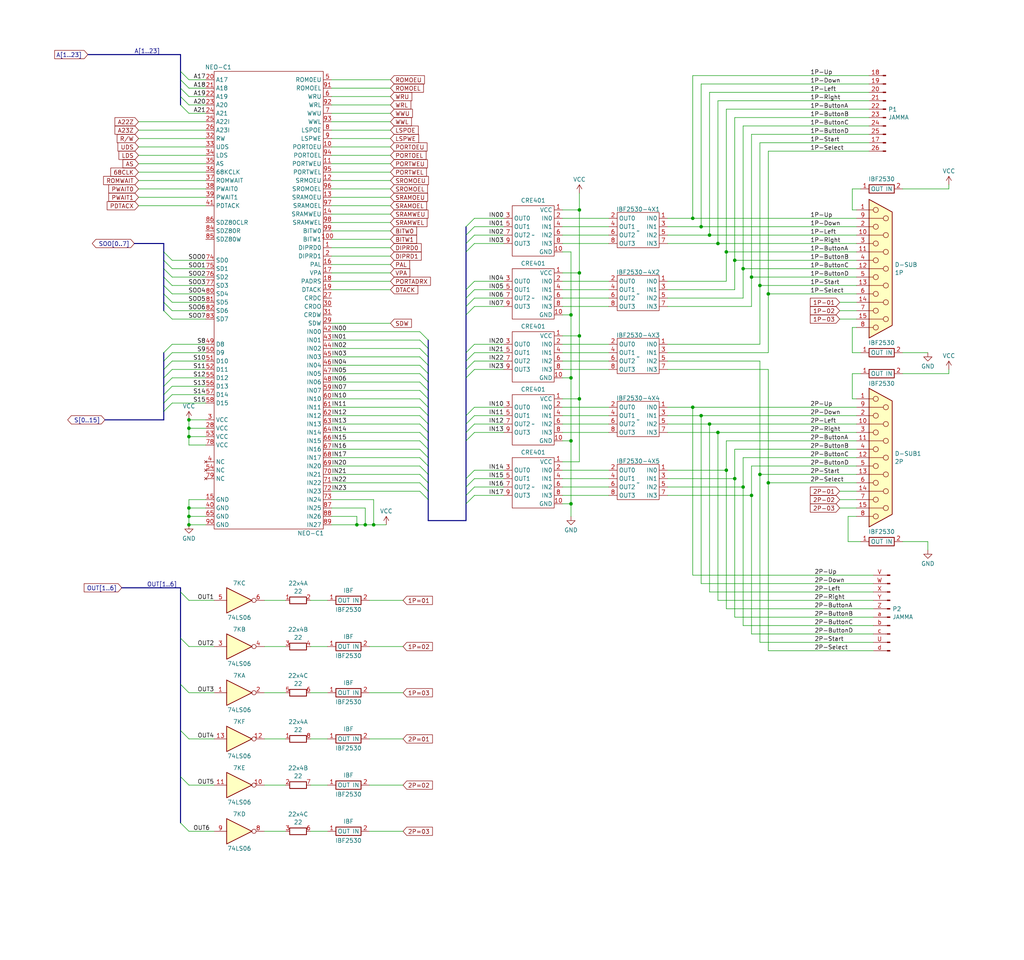
<source format=kicad_sch>
(kicad_sch (version 20230121) (generator eeschema)
  (paper "User" 309.778 290.373)
  (title_block (title "Players Inputs & Outputs (JAMMA & BD15)") (date "2023-08-15") (company "SNK") (comment 3 "Converted by Frater ") (comment 4 "NEO-GEO MVS MV1F"))
  (junction (at 214.63 128.27))
  (junction (at 57.15 127))
  (junction (at 110.49 158.75))
  (junction (at 229.87 86.36))
  (junction (at 224.79 81.28))
  (junction (at 57.15 132.08))
  (junction (at 57.15 129.54))
  (junction (at 222.25 78.74))
  (junction (at 172.72 95.25))
  (junction (at 227.33 83.82))
  (junction (at 219.71 142.24))
  (junction (at 172.72 133.35))
  (junction (at 212.09 68.58))
  (junction (at 57.15 153.67))
  (junction (at 217.17 130.81))
  (junction (at 219.71 76.2))
  (junction (at 214.63 71.12))
  (junction (at 232.41 88.9))
  (junction (at 57.15 156.21))
  (junction (at 224.79 147.32))
  (junction (at 212.09 125.73))
  (junction (at 227.33 149.86))
  (junction (at 175.26 101.6))
  (junction (at 175.26 63.5))
  (junction (at 175.26 120.65))
  (junction (at 209.55 66.04))
  (junction (at 172.72 152.4))
  (junction (at 217.17 73.66))
  (junction (at 57.15 158.75))
  (junction (at 113.03 158.75))
  (junction (at 172.72 114.3))
  (junction (at 209.55 123.19))
  (junction (at 232.41 146.05))
  (junction (at 229.87 143.51))
  (junction (at 175.26 82.55))
  (junction (at 222.25 144.78))
  (junction (at 107.95 158.75))
  (bus_entry (at 129.54 107.95) (size -2.54 -2.54))
  (bus_entry (at 129.54 148.59) (size -2.54 -2.54))
  (bus_entry (at 140.97 76.2) (size 2.54 -2.54))
  (bus_entry (at 49.53 106.68) (size 2.54 -2.54))
  (bus_entry (at 54.61 179.07) (size 2.54 2.54))
  (bus_entry (at 140.97 68.58) (size 2.54 -2.54))
  (bus_entry (at 49.53 76.2) (size 2.54 2.54))
  (bus_entry (at 49.53 114.3) (size 2.54 -2.54))
  (bus_entry (at 140.97 87.63) (size 2.54 -2.54))
  (bus_entry (at 49.53 109.22) (size 2.54 -2.54))
  (bus_entry (at 54.61 31.75) (size 2.54 2.54))
  (bus_entry (at 49.53 88.9) (size 2.54 2.54))
  (bus_entry (at 129.54 130.81) (size -2.54 -2.54))
  (bus_entry (at 129.54 110.49) (size -2.54 -2.54))
  (bus_entry (at 140.97 73.66) (size 2.54 -2.54))
  (bus_entry (at 129.54 146.05) (size -2.54 -2.54))
  (bus_entry (at 54.61 24.13) (size 2.54 2.54))
  (bus_entry (at 54.61 26.67) (size 2.54 2.54))
  (bus_entry (at 140.97 106.68) (size 2.54 -2.54))
  (bus_entry (at 49.53 124.46) (size 2.54 -2.54))
  (bus_entry (at 140.97 130.81) (size 2.54 -2.54))
  (bus_entry (at 129.54 123.19) (size -2.54 -2.54))
  (bus_entry (at 54.61 21.59) (size 2.54 2.54))
  (bus_entry (at 129.54 133.35) (size -2.54 -2.54))
  (bus_entry (at 49.53 116.84) (size 2.54 -2.54))
  (bus_entry (at 129.54 125.73) (size -2.54 -2.54))
  (bus_entry (at 140.97 147.32) (size 2.54 -2.54))
  (bus_entry (at 54.61 29.21) (size 2.54 2.54))
  (bus_entry (at 140.97 114.3) (size 2.54 -2.54))
  (bus_entry (at 129.54 102.87) (size -2.54 -2.54))
  (bus_entry (at 129.54 151.13) (size -2.54 -2.54))
  (bus_entry (at 140.97 111.76) (size 2.54 -2.54))
  (bus_entry (at 140.97 144.78) (size 2.54 -2.54))
  (bus_entry (at 49.53 91.44) (size 2.54 2.54))
  (bus_entry (at 129.54 118.11) (size -2.54 -2.54))
  (bus_entry (at 140.97 152.4) (size 2.54 -2.54))
  (bus_entry (at 140.97 71.12) (size 2.54 -2.54))
  (bus_entry (at 54.61 248.92) (size 2.54 2.54))
  (bus_entry (at 129.54 143.51) (size -2.54 -2.54))
  (bus_entry (at 54.61 234.95) (size 2.54 2.54))
  (bus_entry (at 129.54 113.03) (size -2.54 -2.54))
  (bus_entry (at 129.54 140.97) (size -2.54 -2.54))
  (bus_entry (at 140.97 149.86) (size 2.54 -2.54))
  (bus_entry (at 129.54 135.89) (size -2.54 -2.54))
  (bus_entry (at 49.53 111.76) (size 2.54 -2.54))
  (bus_entry (at 129.54 105.41) (size -2.54 -2.54))
  (bus_entry (at 49.53 83.82) (size 2.54 2.54))
  (bus_entry (at 129.54 138.43) (size -2.54 -2.54))
  (bus_entry (at 54.61 220.98) (size 2.54 2.54))
  (bus_entry (at 129.54 115.57) (size -2.54 -2.54))
  (bus_entry (at 49.53 119.38) (size 2.54 -2.54))
  (bus_entry (at 129.54 128.27) (size -2.54 -2.54))
  (bus_entry (at 140.97 95.25) (size 2.54 -2.54))
  (bus_entry (at 49.53 86.36) (size 2.54 2.54))
  (bus_entry (at 49.53 81.28) (size 2.54 2.54))
  (bus_entry (at 140.97 128.27) (size 2.54 -2.54))
  (bus_entry (at 140.97 92.71) (size 2.54 -2.54))
  (bus_entry (at 129.54 120.65) (size -2.54 -2.54))
  (bus_entry (at 54.61 207.01) (size 2.54 2.54))
  (bus_entry (at 54.61 193.04) (size 2.54 2.54))
  (bus_entry (at 140.97 109.22) (size 2.54 -2.54))
  (bus_entry (at 140.97 125.73) (size 2.54 -2.54))
  (bus_entry (at 49.53 121.92) (size 2.54 -2.54))
  (bus_entry (at 49.53 78.74) (size 2.54 2.54))
  (bus_entry (at 49.53 93.98) (size 2.54 2.54))
  (bus_entry (at 140.97 133.35) (size 2.54 -2.54))
  (bus_entry (at 140.97 90.17) (size 2.54 -2.54))
  (bus (pts (xy 140.97 95.25) (xy 140.97 106.68)))
  (wire (pts (xy 232.41 106.68) (xy 201.93 106.68)))
  (bus (pts (xy 129.54 148.59) (xy 129.54 151.13)))
  (wire (pts (xy 212.09 125.73) (xy 212.09 176.53)))
  (wire (pts (xy 172.72 76.2) (xy 170.18 76.2)))
  (wire (pts (xy 100.33 62.23) (xy 118.11 62.23)))
  (wire (pts (xy 100.33 87.63) (xy 118.11 87.63)))
  (bus (pts (xy 129.54 135.89) (xy 129.54 138.43)))
  (wire (pts (xy 93.98 209.55) (xy 99.06 209.55)))
  (bus (pts (xy 140.97 149.86) (xy 140.97 152.4)))
  (wire (pts (xy 209.55 123.19) (xy 259.08 123.19)))
  (bus (pts (xy 49.53 73.66) (xy 49.53 76.2)))
  (bus (pts (xy 140.97 76.2) (xy 140.97 87.63)))
  (wire (pts (xy 260.35 113.03) (xy 257.81 113.03)))
  (wire (pts (xy 100.33 34.29) (xy 118.11 34.29)))
  (wire (pts (xy 209.55 66.04) (xy 201.93 66.04)))
  (wire (pts (xy 57.15 129.54) (xy 57.15 127)))
  (wire (pts (xy 170.18 149.86) (xy 184.15 149.86)))
  (bus (pts (xy 54.61 21.59) (xy 54.61 24.13)))
  (wire (pts (xy 57.15 209.55) (xy 64.77 209.55)))
  (wire (pts (xy 143.51 144.78) (xy 152.4 144.78)))
  (wire (pts (xy 100.33 67.31) (xy 118.11 67.31)))
  (wire (pts (xy 262.89 27.94) (xy 214.63 27.94)))
  (wire (pts (xy 175.26 58.42) (xy 175.26 63.5)))
  (wire (pts (xy 52.07 109.22) (xy 62.23 109.22)))
  (wire (pts (xy 62.23 153.67) (xy 57.15 153.67)))
  (wire (pts (xy 170.18 92.71) (xy 184.15 92.71)))
  (wire (pts (xy 264.16 184.15) (xy 219.71 184.15)))
  (wire (pts (xy 256.54 163.83) (xy 260.35 163.83)))
  (wire (pts (xy 287.02 57.15) (xy 273.05 57.15)))
  (wire (pts (xy 111.76 237.49) (xy 121.92 237.49)))
  (wire (pts (xy 57.15 237.49) (xy 64.77 237.49)))
  (wire (pts (xy 175.26 139.7) (xy 170.18 139.7)))
  (bus (pts (xy 54.61 24.13) (xy 54.61 26.67)))
  (wire (pts (xy 52.07 78.74) (xy 62.23 78.74)))
  (wire (pts (xy 100.33 102.87) (xy 127 102.87)))
  (wire (pts (xy 62.23 134.62) (xy 57.15 134.62)))
  (wire (pts (xy 175.26 63.5) (xy 175.26 82.55)))
  (wire (pts (xy 217.17 181.61) (xy 217.17 130.81)))
  (wire (pts (xy 257.81 113.03) (xy 257.81 120.65)))
  (wire (pts (xy 107.95 158.75) (xy 110.49 158.75)))
  (bus (pts (xy 140.97 71.12) (xy 140.97 73.66)))
  (wire (pts (xy 100.33 57.15) (xy 118.11 57.15)))
  (wire (pts (xy 80.01 251.46) (xy 86.36 251.46)))
  (wire (pts (xy 93.98 195.58) (xy 99.06 195.58)))
  (wire (pts (xy 100.33 69.85) (xy 118.11 69.85)))
  (bus (pts (xy 54.61 220.98) (xy 54.61 234.95)))
  (bus (pts (xy 140.97 152.4) (xy 140.97 157.48)))
  (wire (pts (xy 107.95 156.21) (xy 107.95 158.75)))
  (wire (pts (xy 222.25 78.74) (xy 222.25 87.63)))
  (wire (pts (xy 52.07 86.36) (xy 62.23 86.36)))
  (wire (pts (xy 259.08 135.89) (xy 222.25 135.89)))
  (wire (pts (xy 170.18 73.66) (xy 184.15 73.66)))
  (wire (pts (xy 201.93 71.12) (xy 214.63 71.12)))
  (wire (pts (xy 57.15 251.46) (xy 64.77 251.46)))
  (wire (pts (xy 209.55 22.86) (xy 209.55 66.04)))
  (wire (pts (xy 111.76 195.58) (xy 121.92 195.58)))
  (wire (pts (xy 222.25 186.69) (xy 222.25 144.78)))
  (wire (pts (xy 100.33 113.03) (xy 127 113.03)))
  (bus (pts (xy 129.54 140.97) (xy 129.54 143.51)))
  (wire (pts (xy 232.41 45.72) (xy 232.41 88.9)))
  (wire (pts (xy 219.71 33.02) (xy 219.71 76.2)))
  (wire (pts (xy 175.26 82.55) (xy 175.26 101.6)))
  (wire (pts (xy 170.18 109.22) (xy 184.15 109.22)))
  (wire (pts (xy 113.03 158.75) (xy 116.84 158.75)))
  (wire (pts (xy 212.09 176.53) (xy 264.16 176.53)))
  (wire (pts (xy 201.93 125.73) (xy 212.09 125.73)))
  (wire (pts (xy 62.23 132.08) (xy 57.15 132.08)))
  (wire (pts (xy 143.51 68.58) (xy 152.4 68.58)))
  (wire (pts (xy 257.81 120.65) (xy 259.08 120.65)))
  (bus (pts (xy 49.53 76.2) (xy 49.53 78.74)))
  (wire (pts (xy 80.01 223.52) (xy 86.36 223.52)))
  (wire (pts (xy 224.79 147.32) (xy 224.79 189.23)))
  (bus (pts (xy 54.61 234.95) (xy 54.61 248.92)))
  (wire (pts (xy 52.07 83.82) (xy 62.23 83.82)))
  (wire (pts (xy 62.23 151.13) (xy 57.15 151.13)))
  (wire (pts (xy 172.72 95.25) (xy 172.72 76.2)))
  (wire (pts (xy 41.91 46.99) (xy 62.23 46.99)))
  (wire (pts (xy 100.33 146.05) (xy 127 146.05)))
  (wire (pts (xy 260.35 106.68) (xy 257.81 106.68)))
  (bus (pts (xy 140.97 114.3) (xy 140.97 125.73)))
  (wire (pts (xy 41.91 59.69) (xy 62.23 59.69)))
  (wire (pts (xy 224.79 81.28) (xy 224.79 90.17)))
  (wire (pts (xy 262.89 35.56) (xy 222.25 35.56)))
  (wire (pts (xy 111.76 181.61) (xy 121.92 181.61)))
  (wire (pts (xy 170.18 128.27) (xy 184.15 128.27)))
  (wire (pts (xy 143.51 106.68) (xy 152.4 106.68)))
  (bus (pts (xy 140.97 147.32) (xy 140.97 149.86)))
  (wire (pts (xy 222.25 35.56) (xy 222.25 78.74)))
  (wire (pts (xy 256.54 156.21) (xy 256.54 163.83)))
  (wire (pts (xy 172.72 133.35) (xy 170.18 133.35)))
  (wire (pts (xy 175.26 82.55) (xy 170.18 82.55)))
  (wire (pts (xy 172.72 156.21) (xy 172.72 152.4)))
  (wire (pts (xy 57.15 29.21) (xy 62.23 29.21)))
  (wire (pts (xy 57.15 195.58) (xy 64.77 195.58)))
  (wire (pts (xy 257.81 57.15) (xy 257.81 63.5)))
  (bus (pts (xy 49.53 91.44) (xy 49.53 93.98)))
  (bus (pts (xy 36.83 177.8) (xy 54.61 177.8)))
  (wire (pts (xy 259.08 83.82) (xy 227.33 83.82)))
  (wire (pts (xy 262.89 43.18) (xy 229.87 43.18)))
  (wire (pts (xy 259.08 88.9) (xy 232.41 88.9)))
  (bus (pts (xy 26.67 16.51) (xy 54.61 16.51)))
  (wire (pts (xy 262.89 30.48) (xy 217.17 30.48)))
  (wire (pts (xy 52.07 91.44) (xy 62.23 91.44)))
  (wire (pts (xy 100.33 52.07) (xy 118.11 52.07)))
  (wire (pts (xy 219.71 142.24) (xy 201.93 142.24)))
  (wire (pts (xy 254 91.44) (xy 259.08 91.44)))
  (bus (pts (xy 54.61 29.21) (xy 54.61 31.75)))
  (wire (pts (xy 224.79 138.43) (xy 224.79 147.32)))
  (wire (pts (xy 41.91 57.15) (xy 62.23 57.15)))
  (wire (pts (xy 110.49 153.67) (xy 110.49 158.75)))
  (wire (pts (xy 262.89 22.86) (xy 209.55 22.86)))
  (wire (pts (xy 222.25 87.63) (xy 201.93 87.63)))
  (bus (pts (xy 49.53 78.74) (xy 49.53 81.28)))
  (wire (pts (xy 229.87 194.31) (xy 229.87 143.51)))
  (wire (pts (xy 41.91 39.37) (xy 62.23 39.37)))
  (wire (pts (xy 100.33 125.73) (xy 127 125.73)))
  (wire (pts (xy 222.25 144.78) (xy 201.93 144.78)))
  (wire (pts (xy 57.15 151.13) (xy 57.15 153.67)))
  (bus (pts (xy 129.54 138.43) (xy 129.54 140.97)))
  (wire (pts (xy 143.51 73.66) (xy 152.4 73.66)))
  (wire (pts (xy 254 148.59) (xy 259.08 148.59)))
  (bus (pts (xy 49.53 116.84) (xy 49.53 119.38)))
  (wire (pts (xy 52.07 93.98) (xy 62.23 93.98)))
  (bus (pts (xy 129.54 120.65) (xy 129.54 123.19)))
  (wire (pts (xy 143.51 149.86) (xy 152.4 149.86)))
  (wire (pts (xy 232.41 111.76) (xy 201.93 111.76)))
  (bus (pts (xy 129.54 115.57) (xy 129.54 118.11)))
  (wire (pts (xy 100.33 120.65) (xy 127 120.65)))
  (bus (pts (xy 140.97 68.58) (xy 140.97 71.12)))
  (wire (pts (xy 259.08 143.51) (xy 229.87 143.51)))
  (wire (pts (xy 222.25 135.89) (xy 222.25 144.78)))
  (wire (pts (xy 127 105.41) (xy 100.33 105.41)))
  (wire (pts (xy 264.16 186.69) (xy 222.25 186.69)))
  (wire (pts (xy 229.87 86.36) (xy 229.87 104.14)))
  (wire (pts (xy 99.06 223.52) (xy 93.98 223.52)))
  (wire (pts (xy 110.49 158.75) (xy 113.03 158.75)))
  (wire (pts (xy 259.08 86.36) (xy 229.87 86.36)))
  (wire (pts (xy 100.33 123.19) (xy 127 123.19)))
  (wire (pts (xy 260.35 57.15) (xy 257.81 57.15)))
  (wire (pts (xy 172.72 114.3) (xy 170.18 114.3)))
  (bus (pts (xy 129.54 125.73) (xy 129.54 128.27)))
  (wire (pts (xy 41.91 49.53) (xy 62.23 49.53)))
  (wire (pts (xy 100.33 148.59) (xy 127 148.59)))
  (wire (pts (xy 93.98 181.61) (xy 99.06 181.61)))
  (wire (pts (xy 172.72 133.35) (xy 172.72 114.3)))
  (wire (pts (xy 170.18 147.32) (xy 184.15 147.32)))
  (wire (pts (xy 57.15 127) (xy 62.23 127)))
  (wire (pts (xy 227.33 92.71) (xy 201.93 92.71)))
  (wire (pts (xy 41.91 44.45) (xy 62.23 44.45)))
  (wire (pts (xy 264.16 181.61) (xy 217.17 181.61)))
  (wire (pts (xy 227.33 83.82) (xy 227.33 92.71)))
  (wire (pts (xy 201.93 128.27) (xy 214.63 128.27)))
  (wire (pts (xy 100.33 128.27) (xy 127 128.27)))
  (wire (pts (xy 143.51 128.27) (xy 152.4 128.27)))
  (bus (pts (xy 49.53 124.46) (xy 49.53 127)))
  (wire (pts (xy 100.33 107.95) (xy 127 107.95)))
  (wire (pts (xy 172.72 152.4) (xy 170.18 152.4)))
  (wire (pts (xy 100.33 44.45) (xy 118.11 44.45)))
  (wire (pts (xy 259.08 138.43) (xy 224.79 138.43)))
  (wire (pts (xy 100.33 130.81) (xy 127 130.81)))
  (wire (pts (xy 262.89 45.72) (xy 232.41 45.72)))
  (wire (pts (xy 224.79 90.17) (xy 201.93 90.17)))
  (wire (pts (xy 80.01 209.55) (xy 86.36 209.55)))
  (wire (pts (xy 229.87 43.18) (xy 229.87 86.36)))
  (bus (pts (xy 129.54 128.27) (xy 129.54 130.81)))
  (wire (pts (xy 52.07 119.38) (xy 62.23 119.38)))
  (wire (pts (xy 212.09 125.73) (xy 259.08 125.73)))
  (wire (pts (xy 100.33 133.35) (xy 127 133.35)))
  (bus (pts (xy 49.53 119.38) (xy 49.53 121.92)))
  (wire (pts (xy 214.63 128.27) (xy 214.63 179.07)))
  (wire (pts (xy 100.33 41.91) (xy 118.11 41.91)))
  (bus (pts (xy 140.97 90.17) (xy 140.97 92.71)))
  (wire (pts (xy 229.87 104.14) (xy 201.93 104.14)))
  (wire (pts (xy 264.16 194.31) (xy 229.87 194.31)))
  (bus (pts (xy 140.97 128.27) (xy 140.97 130.81)))
  (wire (pts (xy 287.02 55.88) (xy 287.02 57.15)))
  (wire (pts (xy 287.02 113.03) (xy 273.05 113.03)))
  (wire (pts (xy 175.26 120.65) (xy 170.18 120.65)))
  (wire (pts (xy 217.17 73.66) (xy 259.08 73.66)))
  (wire (pts (xy 254 93.98) (xy 259.08 93.98)))
  (wire (pts (xy 143.51 109.22) (xy 152.4 109.22)))
  (bus (pts (xy 129.54 102.87) (xy 129.54 105.41)))
  (wire (pts (xy 217.17 30.48) (xy 217.17 73.66)))
  (bus (pts (xy 129.54 123.19) (xy 129.54 125.73)))
  (wire (pts (xy 57.15 34.29) (xy 62.23 34.29)))
  (wire (pts (xy 170.18 123.19) (xy 184.15 123.19)))
  (wire (pts (xy 80.01 195.58) (xy 86.36 195.58)))
  (wire (pts (xy 93.98 251.46) (xy 99.06 251.46)))
  (wire (pts (xy 143.51 71.12) (xy 152.4 71.12)))
  (wire (pts (xy 100.33 29.21) (xy 118.11 29.21)))
  (wire (pts (xy 201.93 123.19) (xy 209.55 123.19)))
  (bus (pts (xy 129.54 110.49) (xy 129.54 113.03)))
  (wire (pts (xy 273.05 163.83) (xy 280.67 163.83)))
  (wire (pts (xy 259.08 133.35) (xy 219.71 133.35)))
  (wire (pts (xy 214.63 71.12) (xy 259.08 71.12)))
  (wire (pts (xy 175.26 101.6) (xy 170.18 101.6)))
  (wire (pts (xy 170.18 85.09) (xy 184.15 85.09)))
  (wire (pts (xy 57.15 158.75) (xy 62.23 158.75)))
  (bus (pts (xy 40.64 73.66) (xy 49.53 73.66)))
  (bus (pts (xy 140.97 92.71) (xy 140.97 95.25)))
  (wire (pts (xy 212.09 25.4) (xy 212.09 68.58)))
  (bus (pts (xy 129.54 146.05) (xy 129.54 148.59)))
  (wire (pts (xy 100.33 36.83) (xy 118.11 36.83)))
  (bus (pts (xy 49.53 106.68) (xy 49.53 109.22)))
  (wire (pts (xy 143.51 66.04) (xy 152.4 66.04)))
  (wire (pts (xy 143.51 92.71) (xy 152.4 92.71)))
  (wire (pts (xy 232.41 88.9) (xy 232.41 106.68)))
  (wire (pts (xy 229.87 143.51) (xy 229.87 109.22)))
  (wire (pts (xy 100.33 100.33) (xy 127 100.33)))
  (wire (pts (xy 170.18 71.12) (xy 184.15 71.12)))
  (bus (pts (xy 49.53 88.9) (xy 49.53 91.44)))
  (bus (pts (xy 129.54 107.95) (xy 129.54 110.49)))
  (wire (pts (xy 52.07 111.76) (xy 62.23 111.76)))
  (wire (pts (xy 52.07 121.92) (xy 62.23 121.92)))
  (wire (pts (xy 201.93 85.09) (xy 219.71 85.09)))
  (wire (pts (xy 201.93 68.58) (xy 212.09 68.58)))
  (wire (pts (xy 121.92 223.52) (xy 111.76 223.52)))
  (wire (pts (xy 100.33 54.61) (xy 118.11 54.61)))
  (wire (pts (xy 52.07 104.14) (xy 62.23 104.14)))
  (wire (pts (xy 41.91 54.61) (xy 62.23 54.61)))
  (bus (pts (xy 54.61 179.07) (xy 54.61 193.04)))
  (wire (pts (xy 170.18 66.04) (xy 184.15 66.04)))
  (wire (pts (xy 111.76 251.46) (xy 121.92 251.46)))
  (wire (pts (xy 217.17 130.81) (xy 259.08 130.81)))
  (wire (pts (xy 100.33 138.43) (xy 127 138.43)))
  (wire (pts (xy 175.26 101.6) (xy 175.26 120.65)))
  (wire (pts (xy 287.02 113.03) (xy 287.02 111.76)))
  (bus (pts (xy 140.97 73.66) (xy 140.97 76.2)))
  (wire (pts (xy 224.79 38.1) (xy 224.79 81.28)))
  (wire (pts (xy 100.33 49.53) (xy 118.11 49.53)))
  (wire (pts (xy 172.72 95.25) (xy 170.18 95.25)))
  (wire (pts (xy 170.18 90.17) (xy 184.15 90.17)))
  (wire (pts (xy 100.33 118.11) (xy 127 118.11)))
  (wire (pts (xy 232.41 146.05) (xy 232.41 111.76)))
  (wire (pts (xy 201.93 130.81) (xy 217.17 130.81)))
  (wire (pts (xy 143.51 123.19) (xy 152.4 123.19)))
  (wire (pts (xy 170.18 130.81) (xy 184.15 130.81)))
  (wire (pts (xy 170.18 104.14) (xy 184.15 104.14)))
  (wire (pts (xy 264.16 173.99) (xy 209.55 173.99)))
  (wire (pts (xy 262.89 40.64) (xy 227.33 40.64)))
  (wire (pts (xy 264.16 196.85) (xy 232.41 196.85)))
  (wire (pts (xy 170.18 142.24) (xy 184.15 142.24)))
  (wire (pts (xy 41.91 36.83) (xy 62.23 36.83)))
  (wire (pts (xy 227.33 191.77) (xy 227.33 149.86)))
  (wire (pts (xy 280.67 163.83) (xy 280.67 166.37)))
  (wire (pts (xy 172.72 133.35) (xy 172.72 152.4)))
  (wire (pts (xy 175.26 120.65) (xy 175.26 139.7)))
  (wire (pts (xy 57.15 134.62) (xy 57.15 132.08)))
  (bus (pts (xy 54.61 16.51) (xy 54.61 21.59)))
  (wire (pts (xy 264.16 189.23) (xy 224.79 189.23)))
  (wire (pts (xy 57.15 223.52) (xy 64.77 223.52)))
  (wire (pts (xy 143.51 104.14) (xy 152.4 104.14)))
  (wire (pts (xy 219.71 133.35) (xy 219.71 142.24)))
  (wire (pts (xy 170.18 68.58) (xy 184.15 68.58)))
  (wire (pts (xy 100.33 74.93) (xy 118.11 74.93)))
  (bus (pts (xy 129.54 151.13) (xy 129.54 157.48)))
  (wire (pts (xy 143.51 142.24) (xy 152.4 142.24)))
  (wire (pts (xy 100.33 140.97) (xy 127 140.97)))
  (wire (pts (xy 52.07 106.68) (xy 62.23 106.68)))
  (wire (pts (xy 100.33 77.47) (xy 118.11 77.47)))
  (wire (pts (xy 143.51 111.76) (xy 152.4 111.76)))
  (wire (pts (xy 170.18 144.78) (xy 184.15 144.78)))
  (bus (pts (xy 140.97 125.73) (xy 140.97 128.27)))
  (bus (pts (xy 140.97 106.68) (xy 140.97 109.22)))
  (wire (pts (xy 100.33 85.09) (xy 118.11 85.09)))
  (wire (pts (xy 224.79 147.32) (xy 201.93 147.32)))
  (wire (pts (xy 143.51 87.63) (xy 152.4 87.63)))
  (wire (pts (xy 52.07 88.9) (xy 62.23 88.9)))
  (wire (pts (xy 232.41 196.85) (xy 232.41 146.05)))
  (bus (pts (xy 129.54 133.35) (xy 129.54 135.89)))
  (bus (pts (xy 49.53 121.92) (xy 49.53 124.46)))
  (wire (pts (xy 57.15 31.75) (xy 62.23 31.75)))
  (wire (pts (xy 100.33 72.39) (xy 118.11 72.39)))
  (wire (pts (xy 143.51 125.73) (xy 152.4 125.73)))
  (wire (pts (xy 254 96.52) (xy 259.08 96.52)))
  (wire (pts (xy 264.16 179.07) (xy 214.63 179.07)))
  (bus (pts (xy 54.61 207.01) (xy 54.61 220.98)))
  (wire (pts (xy 219.71 76.2) (xy 219.71 85.09)))
  (wire (pts (xy 259.08 66.04) (xy 209.55 66.04)))
  (wire (pts (xy 254 151.13) (xy 259.08 151.13)))
  (wire (pts (xy 100.33 59.69) (xy 118.11 59.69)))
  (bus (pts (xy 140.97 130.81) (xy 140.97 133.35)))
  (wire (pts (xy 170.18 87.63) (xy 184.15 87.63)))
  (wire (pts (xy 100.33 135.89) (xy 127 135.89)))
  (bus (pts (xy 54.61 177.8) (xy 54.61 179.07)))
  (wire (pts (xy 262.89 38.1) (xy 224.79 38.1)))
  (wire (pts (xy 172.72 114.3) (xy 172.72 95.25)))
  (wire (pts (xy 254 153.67) (xy 259.08 153.67)))
  (bus (pts (xy 49.53 86.36) (xy 49.53 88.9)))
  (wire (pts (xy 62.23 156.21) (xy 57.15 156.21)))
  (bus (pts (xy 31.75 127) (xy 49.53 127)))
  (wire (pts (xy 100.33 110.49) (xy 127 110.49)))
  (wire (pts (xy 57.15 181.61) (xy 64.77 181.61)))
  (wire (pts (xy 100.33 158.75) (xy 107.95 158.75)))
  (wire (pts (xy 273.05 106.68) (xy 280.67 106.68)))
  (wire (pts (xy 100.33 31.75) (xy 118.11 31.75)))
  (wire (pts (xy 113.03 151.13) (xy 113.03 158.75)))
  (wire (pts (xy 52.07 96.52) (xy 62.23 96.52)))
  (bus (pts (xy 129.54 143.51) (xy 129.54 146.05)))
  (wire (pts (xy 80.01 237.49) (xy 86.36 237.49)))
  (wire (pts (xy 100.33 153.67) (xy 110.49 153.67)))
  (wire (pts (xy 219.71 76.2) (xy 259.08 76.2)))
  (bus (pts (xy 49.53 83.82) (xy 49.53 86.36)))
  (wire (pts (xy 100.33 46.99) (xy 118.11 46.99)))
  (bus (pts (xy 129.54 105.41) (xy 129.54 107.95)))
  (wire (pts (xy 256.54 156.21) (xy 259.08 156.21)))
  (wire (pts (xy 143.51 147.32) (xy 152.4 147.32)))
  (wire (pts (xy 41.91 52.07) (xy 62.23 52.07)))
  (wire (pts (xy 100.33 24.13) (xy 118.11 24.13)))
  (wire (pts (xy 259.08 81.28) (xy 224.79 81.28)))
  (wire (pts (xy 100.33 151.13) (xy 113.03 151.13)))
  (wire (pts (xy 62.23 129.54) (xy 57.15 129.54)))
  (wire (pts (xy 227.33 149.86) (xy 201.93 149.86)))
  (wire (pts (xy 57.15 24.13) (xy 62.23 24.13)))
  (wire (pts (xy 170.18 106.68) (xy 184.15 106.68)))
  (wire (pts (xy 52.07 81.28) (xy 62.23 81.28)))
  (wire (pts (xy 57.15 26.67) (xy 62.23 26.67)))
  (wire (pts (xy 227.33 140.97) (xy 227.33 149.86)))
  (wire (pts (xy 257.81 106.68) (xy 257.81 99.06)))
  (wire (pts (xy 257.81 63.5) (xy 259.08 63.5)))
  (wire (pts (xy 57.15 153.67) (xy 57.15 156.21)))
  (wire (pts (xy 201.93 73.66) (xy 217.17 73.66)))
  (bus (pts (xy 140.97 144.78) (xy 140.97 147.32)))
  (wire (pts (xy 52.07 114.3) (xy 62.23 114.3)))
  (wire (pts (xy 93.98 237.49) (xy 99.06 237.49)))
  (wire (pts (xy 214.63 128.27) (xy 259.08 128.27)))
  (wire (pts (xy 259.08 146.05) (xy 232.41 146.05)))
  (wire (pts (xy 143.51 85.09) (xy 152.4 85.09)))
  (bus (pts (xy 49.53 81.28) (xy 49.53 83.82)))
  (wire (pts (xy 100.33 156.21) (xy 107.95 156.21)))
  (wire (pts (xy 264.16 191.77) (xy 227.33 191.77)))
  (wire (pts (xy 100.33 80.01) (xy 118.11 80.01)))
  (wire (pts (xy 219.71 184.15) (xy 219.71 142.24)))
  (bus (pts (xy 140.97 133.35) (xy 140.97 144.78)))
  (bus (pts (xy 129.54 113.03) (xy 129.54 115.57)))
  (bus (pts (xy 140.97 109.22) (xy 140.97 111.76)))
  (bus (pts (xy 49.53 114.3) (xy 49.53 116.84)))
  (wire (pts (xy 111.76 209.55) (xy 121.92 209.55)))
  (wire (pts (xy 259.08 140.97) (xy 227.33 140.97)))
  (wire (pts (xy 52.07 116.84) (xy 62.23 116.84)))
  (bus (pts (xy 140.97 111.76) (xy 140.97 114.3)))
  (bus (pts (xy 49.53 111.76) (xy 49.53 114.3)))
  (wire (pts (xy 212.09 68.58) (xy 259.08 68.58)))
  (bus (pts (xy 129.54 157.48) (xy 140.97 157.48)))
  (wire (pts (xy 175.26 63.5) (xy 170.18 63.5)))
  (bus (pts (xy 129.54 118.11) (xy 129.54 120.65)))
  (wire (pts (xy 57.15 156.21) (xy 57.15 158.75)))
  (bus (pts (xy 54.61 193.04) (xy 54.61 207.01)))
  (wire (pts (xy 100.33 26.67) (xy 118.11 26.67)))
  (wire (pts (xy 100.33 143.51) (xy 127 143.51)))
  (wire (pts (xy 143.51 90.17) (xy 152.4 90.17)))
  (bus (pts (xy 129.54 130.81) (xy 129.54 133.35)))
  (wire (pts (xy 41.91 62.23) (xy 62.23 62.23)))
  (bus (pts (xy 54.61 26.67) (xy 54.61 29.21)))
  (wire (pts (xy 229.87 109.22) (xy 201.93 109.22)))
  (wire (pts (xy 100.33 39.37) (xy 118.11 39.37)))
  (wire (pts (xy 41.91 41.91) (xy 62.23 41.91)))
  (wire (pts (xy 227.33 40.64) (xy 227.33 83.82)))
  (wire (pts (xy 143.51 130.81) (xy 152.4 130.81)))
  (wire (pts (xy 209.55 173.99) (xy 209.55 123.19)))
  (bus (pts (xy 140.97 87.63) (xy 140.97 90.17)))
  (wire (pts (xy 100.33 97.79) (xy 118.11 97.79)))
  (wire (pts (xy 57.15 132.08) (xy 57.15 129.54)))
  (wire (pts (xy 170.18 125.73) (xy 184.15 125.73)))
  (wire (pts (xy 262.89 33.02) (xy 219.71 33.02)))
  (wire (pts (xy 259.08 78.74) (xy 222.25 78.74)))
  (bus (pts (xy 49.53 109.22) (xy 49.53 111.76)))
  (wire (pts (xy 100.33 64.77) (xy 118.11 64.77)))
  (wire (pts (xy 262.89 25.4) (xy 212.09 25.4)))
  (wire (pts (xy 80.01 181.61) (xy 86.36 181.61)))
  (wire (pts (xy 214.63 27.94) (xy 214.63 71.12)))
  (wire (pts (xy 100.33 82.55) (xy 118.11 82.55)))
  (wire (pts (xy 170.18 111.76) (xy 184.15 111.76)))
  (wire (pts (xy 257.81 99.06) (xy 259.08 99.06)))
  (wire (pts (xy 100.33 115.57) (xy 127 115.57)))
  (label "1P-Left" (at 245.11 71.12 0))
  (label "IN04" (at 152.4 85.09 180))
  (label "1P-Down" (at 245.11 68.58 0))
  (label "1P-ButtonB" (at 245.11 35.56 0))
  (label "A[1..23]" (at 40.64 16.51 0))
  (label "OUT[1..6]" (at 44.45 177.8 0))
  (label "A17" (at 62.23 24.13 180))
  (label "2P-Right" (at 246.38 181.61 0))
  (label "IN03" (at 152.4 73.66 180))
  (label "IN20" (at 152.4 104.14 180))
  (label "1P-Start" (at 245.11 43.18 0))
  (label "1P-Up" (at 245.11 66.04 0))
  (label "A21" (at 62.23 34.29 180))
  (label "IN21" (at 152.4 106.68 180))
  (label "IN17" (at 152.4 149.86 180))
  (label "2P-ButtonC" (at 246.38 189.23 0))
  (label "IN10" (at 152.4 123.19 180))
  (label "OUT6" (at 63.5 251.46 180))
  (label "IN06" (at 100.33 115.57 0))
  (label "2P-ButtonD" (at 246.38 191.77 0))
  (label "OUT2" (at 64.77 195.58 180))
  (label "SOO4" (at 62.23 88.9 180))
  (label "1P-Right" (at 245.11 30.48 0))
  (label "S14" (at 62.23 119.38 180))
  (label "IN07" (at 152.4 92.71 180))
  (label "S11" (at 62.23 111.76 180))
  (label "IN00" (at 152.4 66.04 180))
  (label "2P-ButtonB" (at 245.11 135.89 0))
  (label "IN15" (at 100.33 133.35 0))
  (label "OUT1" (at 64.77 181.61 180))
  (label "1P-Select" (at 245.11 88.9 0))
  (label "IN07" (at 100.33 118.11 0))
  (label "IN21" (at 100.33 143.51 0))
  (label "1P-Right" (at 245.11 73.66 0))
  (label "IN12" (at 152.4 128.27 180))
  (label "IN15" (at 152.4 144.78 180))
  (label "A18" (at 62.23 26.67 180))
  (label "SOO7" (at 62.23 96.52 180))
  (label "IN13" (at 100.33 128.27 0))
  (label "IN16" (at 100.33 135.89 0))
  (label "IN17" (at 100.33 138.43 0))
  (label "SOO1" (at 62.23 81.28 180))
  (label "S8" (at 62.23 104.14 180))
  (label "2P-ButtonA" (at 245.11 133.35 0))
  (label "IN06" (at 152.4 90.17 180))
  (label "2P-Left" (at 245.11 128.27 0))
  (label "2P-ButtonD" (at 245.11 140.97 0))
  (label "1P-ButtonB" (at 245.11 78.74 0))
  (label "IN23" (at 152.4 111.76 180))
  (label "S9" (at 62.23 106.68 180))
  (label "IN11" (at 152.4 125.73 180))
  (label "1P-Left" (at 245.11 27.94 0))
  (label "IN00" (at 100.33 100.33 0))
  (label "IN22" (at 100.33 146.05 0))
  (label "OUT3" (at 64.77 209.55 180))
  (label "1P-ButtonA" (at 245.11 33.02 0))
  (label "IN05" (at 100.33 113.03 0))
  (label "SOO3" (at 62.23 86.36 180))
  (label "2P-ButtonB" (at 246.38 186.69 0))
  (label "1P-Start" (at 245.11 86.36 0))
  (label "IN02" (at 152.4 71.12 180))
  (label "S15" (at 62.23 121.92 180))
  (label "IN20" (at 100.33 140.97 0))
  (label "SOO6" (at 62.23 93.98 180))
  (label "1P-ButtonC" (at 245.11 81.28 0))
  (label "S13" (at 62.23 116.84 180))
  (label "1P-Up" (at 245.11 22.86 0))
  (label "IN01" (at 100.33 102.87 0))
  (label "IN01" (at 152.4 68.58 180))
  (label "1P-ButtonA" (at 245.11 76.2 0))
  (label "IN12" (at 100.33 125.73 0))
  (label "2P-Down" (at 245.11 125.73 0))
  (label "SOO2" (at 62.23 83.82 180))
  (label "S10" (at 62.23 109.22 180))
  (label "2P-Left" (at 246.38 179.07 0))
  (label "2P-ButtonC" (at 245.11 138.43 0))
  (label "2P-Start" (at 245.11 143.51 0))
  (label "2P-Select" (at 245.11 146.05 0))
  (label "IN23" (at 100.33 148.59 0))
  (label "IN04" (at 100.33 110.49 0))
  (label "IN02" (at 100.33 105.41 0))
  (label "IN16" (at 152.4 147.32 180))
  (label "2P-Up" (at 246.38 173.99 0))
  (label "2P-ButtonA" (at 246.38 184.15 0))
  (label "1P-ButtonD" (at 245.11 83.82 0))
  (label "2P-Select" (at 246.38 196.85 0))
  (label "2P-Up" (at 245.11 123.19 0))
  (label "A20" (at 62.23 31.75 180))
  (label "SOO0" (at 62.23 78.74 180))
  (label "IN10" (at 100.33 120.65 0))
  (label "IN11" (at 100.33 123.19 0))
  (label "1P-ButtonC" (at 245.11 38.1 0))
  (label "IN13" (at 152.4 130.81 180))
  (label "IN05" (at 152.4 87.63 180))
  (label "SOO5" (at 62.23 91.44 180))
  (label "IN03" (at 100.33 107.95 0))
  (label "1P-Down" (at 245.11 25.4 0))
  (label "IN14" (at 152.4 142.24 180))
  (label "OUT4" (at 64.77 223.52 180))
  (label "1P-Select" (at 245.11 45.72 0))
  (label "OUT5" (at 64.77 237.49 180))
  (label "2P-Start" (at 246.38 194.31 0))
  (label "IN22" (at 152.4 109.22 180))
  (label "IN14" (at 100.33 130.81 0))
  (label "2P-Right" (at 245.11 130.81 0))
  (label "S12" (at 62.23 114.3 180))
  (label "A19" (at 62.23 29.21 180))
  (label "1P-ButtonD" (at 245.11 40.64 0))
  (label "2P-Down" (at 246.38 176.53 0))
  (global_label "ROMOEU" (shape input) (at 118.11 24.13 0) (property "Intersheetrefs" "${INTERSHEET_REFS}" (at 128.9571 24.13 0) (effects (justify left))))
  (global_label "WWL" (shape input) (at 118.11 36.83 0) (property "Intersheetrefs" "${INTERSHEET_REFS}" (at 125.0261 36.83 0) (effects (justify left))))
  (global_label "SOO[0..7]" (shape bidirectional) (at 40.64 73.66 180) (property "Intersheetrefs" "${INTERSHEET_REFS}" (at 27.351 73.66 0) (effects (justify right))))
  (global_label "VPA" (shape input) (at 118.11 82.55 0) (property "Intersheetrefs" "${INTERSHEET_REFS}" (at 124.5424 82.55 0) (effects (justify left))))
  (global_label "A23Z" (shape input) (at 41.91 39.37 180) (property "Intersheetrefs" "${INTERSHEET_REFS}" (at 34.2077 39.37 0) (effects (justify right))))
  (global_label "ROMOEL" (shape input) (at 118.11 26.67 0) (property "Intersheetrefs" "${INTERSHEET_REFS}" (at 128.6547 26.67 0) (effects (justify left))))
  (global_label "1P-03" (shape input) (at 254 96.52 180) (property "Intersheetrefs" "${INTERSHEET_REFS}" (at 244.5439 96.52 0) (effects (justify right))))
  (global_label "DIPRD0" (shape input) (at 118.11 74.93 0) (property "Intersheetrefs" "${INTERSHEET_REFS}" (at 127.9895 74.93 0) (effects (justify left))))
  (global_label "2P=01" (shape input) (at 121.92 223.52 0) (property "Intersheetrefs" "${INTERSHEET_REFS}" (at 131.3761 223.52 0) (effects (justify left))))
  (global_label "68CLK" (shape input) (at 41.91 52.07 180) (property "Intersheetrefs" "${INTERSHEET_REFS}" (at 32.9377 52.07 0) (effects (justify right))))
  (global_label "S[0..15]" (shape bidirectional) (at 31.75 127 180) (property "Intersheetrefs" "${INTERSHEET_REFS}" (at 19.9125 127 0) (effects (justify right))))
  (global_label "LDS" (shape input) (at 41.91 46.99 180) (property "Intersheetrefs" "${INTERSHEET_REFS}" (at 35.4172 46.99 0) (effects (justify right))))
  (global_label "R{slash}W" (shape input) (at 41.91 41.91 180) (property "Intersheetrefs" "${INTERSHEET_REFS}" (at 34.8729 41.91 0) (effects (justify right))))
  (global_label "DTACK" (shape input) (at 118.11 87.63 0) (property "Intersheetrefs" "${INTERSHEET_REFS}" (at 126.9614 87.63 0) (effects (justify left))))
  (global_label "2P-02" (shape input) (at 254 151.13 180) (property "Intersheetrefs" "${INTERSHEET_REFS}" (at 244.5439 151.13 0) (effects (justify right))))
  (global_label "A[1..23]" (shape output) (at 16.51 16.51 0) (property "Intersheetrefs" "${INTERSHEET_REFS}" (at 27.1153 16.51 0) (effects (justify left))))
  (global_label "SRAMWEL" (shape input) (at 118.11 67.31 0) (property "Intersheetrefs" "${INTERSHEET_REFS}" (at 129.7432 67.31 0) (effects (justify left))))
  (global_label "WRL" (shape input) (at 118.11 31.75 0) (property "Intersheetrefs" "${INTERSHEET_REFS}" (at 124.8447 31.75 0) (effects (justify left))))
  (global_label "1P=03" (shape input) (at 121.92 209.55 0) (property "Intersheetrefs" "${INTERSHEET_REFS}" (at 131.3761 209.55 0) (effects (justify left))))
  (global_label "UDS" (shape input) (at 41.91 44.45 180) (property "Intersheetrefs" "${INTERSHEET_REFS}" (at 35.1148 44.45 0) (effects (justify right))))
  (global_label "1P=02" (shape input) (at 121.92 195.58 0) (property "Intersheetrefs" "${INTERSHEET_REFS}" (at 131.3761 195.58 0) (effects (justify left))))
  (global_label "PORTWEU" (shape input) (at 118.11 49.53 0) (property "Intersheetrefs" "${INTERSHEET_REFS}" (at 129.8642 49.53 0) (effects (justify left))))
  (global_label "SROMOEL" (shape input) (at 118.11 57.15 0) (property "Intersheetrefs" "${INTERSHEET_REFS}" (at 129.8642 57.15 0) (effects (justify left))))
  (global_label "2P-03" (shape input) (at 254 153.67 180) (property "Intersheetrefs" "${INTERSHEET_REFS}" (at 244.5439 153.67 0) (effects (justify right))))
  (global_label "DIPRD1" (shape input) (at 118.11 77.47 0) (property "Intersheetrefs" "${INTERSHEET_REFS}" (at 127.9895 77.47 0) (effects (justify left))))
  (global_label "2P=03" (shape input) (at 121.92 251.46 0) (property "Intersheetrefs" "${INTERSHEET_REFS}" (at 131.3761 251.46 0) (effects (justify left))))
  (global_label "2P=02" (shape input) (at 121.92 237.49 0) (property "Intersheetrefs" "${INTERSHEET_REFS}" (at 131.3761 237.49 0) (effects (justify left))))
  (global_label "PDTACX" (shape input) (at 41.91 62.23 180) (property "Intersheetrefs" "${INTERSHEET_REFS}" (at 31.8491 62.23 0) (effects (justify right))))
  (global_label "PORTADRX" (shape input) (at 118.11 85.09 0) (property "Intersheetrefs" "${INTERSHEET_REFS}" (at 130.7714 85.09 0) (effects (justify left))))
  (global_label "SRAMOEU" (shape input) (at 118.11 59.69 0) (property "Intersheetrefs" "${INTERSHEET_REFS}" (at 129.9247 59.69 0) (effects (justify left))))
  (global_label "WWU" (shape input) (at 118.11 34.29 0) (property "Intersheetrefs" "${INTERSHEET_REFS}" (at 125.3285 34.29 0) (effects (justify left))))
  (global_label "LSPOE" (shape input) (at 118.11 39.37 0) (property "Intersheetrefs" "${INTERSHEET_REFS}" (at 127.0823 39.37 0) (effects (justify left))))
  (global_label "SRAMOEL" (shape input) (at 118.11 62.23 0) (property "Intersheetrefs" "${INTERSHEET_REFS}" (at 129.6223 62.23 0) (effects (justify left))))
  (global_label "2P-01" (shape input) (at 254 148.59 180) (property "Intersheetrefs" "${INTERSHEET_REFS}" (at 244.5439 148.59 0) (effects (justify right))))
  (global_label "OUT[1..6]" (shape input) (at 36.83 177.8 180) (property "Intersheetrefs" "${INTERSHEET_REFS}" (at 24.8942 177.8 0) (effects (justify right))))
  (global_label "1P-01" (shape input) (at 254 91.44 180) (property "Intersheetrefs" "${INTERSHEET_REFS}" (at 244.5439 91.44 0) (effects (justify right))))
  (global_label "A22Z" (shape input) (at 41.91 36.83 180) (property "Intersheetrefs" "${INTERSHEET_REFS}" (at 34.2077 36.83 0) (effects (justify right))))
  (global_label "PWAIT1" (shape input) (at 41.91 59.69 180) (property "Intersheetrefs" "${INTERSHEET_REFS}" (at 32.3329 59.69 0) (effects (justify right))))
  (global_label "PAL" (shape input) (at 118.11 80.01 0) (property "Intersheetrefs" "${INTERSHEET_REFS}" (at 124.4819 80.01 0) (effects (justify left))))
  (global_label "1P-02" (shape input) (at 254 93.98 180) (property "Intersheetrefs" "${INTERSHEET_REFS}" (at 244.5439 93.98 0) (effects (justify right))))
  (global_label "PORTOEL" (shape input) (at 118.11 46.99 0) (property "Intersheetrefs" "${INTERSHEET_REFS}" (at 129.4409 46.99 0) (effects (justify left))))
  (global_label "AS" (shape input) (at 41.91 49.53 180) (property "Intersheetrefs" "${INTERSHEET_REFS}" (at 36.6267 49.53 0) (effects (justify right))))
  (global_label "PORTWEL" (shape input) (at 118.11 52.07 0) (property "Intersheetrefs" "${INTERSHEET_REFS}" (at 129.5618 52.07 0) (effects (justify left))))
  (global_label "PORTOEU" (shape input) (at 118.11 44.45 0) (property "Intersheetrefs" "${INTERSHEET_REFS}" (at 129.7433 44.45 0) (effects (justify left))))
  (global_label "ROMWAIT" (shape input) (at 41.91 54.61 180) (property "Intersheetrefs" "${INTERSHEET_REFS}" (at 30.7605 54.61 0) (effects (justify right))))
  (global_label "WRU" (shape input) (at 118.11 29.21 0) (property "Intersheetrefs" "${INTERSHEET_REFS}" (at 125.1471 29.21 0) (effects (justify left))))
  (global_label "LSPWE" (shape input) (at 118.11 41.91 0) (property "Intersheetrefs" "${INTERSHEET_REFS}" (at 127.2032 41.91 0) (effects (justify left))))
  (global_label "BITW0" (shape input) (at 118.11 69.85 0) (property "Intersheetrefs" "${INTERSHEET_REFS}" (at 126.5985 69.85 0) (effects (justify left))))
  (global_label "PWAIT0" (shape input) (at 41.91 57.15 180) (property "Intersheetrefs" "${INTERSHEET_REFS}" (at 32.3329 57.15 0) (effects (justify right))))
  (global_label "SROMOEU" (shape input) (at 118.11 54.61 0) (property "Intersheetrefs" "${INTERSHEET_REFS}" (at 130.1666 54.61 0) (effects (justify left))))
  (global_label "SDW" (shape input) (at 118.11 97.79 0) (property "Intersheetrefs" "${INTERSHEET_REFS}" (at 125.0261 97.79 0) (effects (justify left))))
  (global_label "BITW1" (shape input) (at 118.11 72.39 0) (property "Intersheetrefs" "${INTERSHEET_REFS}" (at 126.5985 72.39 0) (effects (justify left))))
  (global_label "1P=01" (shape input) (at 121.92 181.61 0) (property "Intersheetrefs" "${INTERSHEET_REFS}" (at 131.3761 181.61 0) (effects (justify left))))
  (global_label "SRAMWEU" (shape input) (at 118.11 64.77 0) (property "Intersheetrefs" "${INTERSHEET_REFS}" (at 130.0456 64.77 0) (effects (justify left))))
  (symbol (lib_id "0-Custom-Frater_Library:IBF2530") (at 266.7 163.83 0) (unit 1)
    (property "Reference" "IBF2530" (at 266.7 160.8399 0))
    (property "Value" "IBF2530" (effects hide))
    (instances (project "MVS" (path "" (reference "IBF2530") (unit 1)) (path "" (reference "IBF4") (unit 1))))
  )
  (symbol (lib_id "power:GND") (at 172.72 156.21 0) (unit 1)
    (property "Reference" "#PWR020" (effects hide))
    (property "Value" "GND" (at 172.72 160.3431 0))
    (instances (project "MVS" (path "" (reference "#PWR020") (unit 1)) (path "" (reference "#PWR04") (unit 1))))
  )
  (symbol (lib_id "power:VCC") (at 175.26 58.42 0) (unit 1)
    (property "Reference" "#PWR014" (effects hide))
    (property "Value" "VCC" (at 175.26 54.2869 0))
    (instances (project "MVS" (path "" (reference "#PWR014") (unit 1)) (path "" (reference "#PWR05") (unit 1))))
  )
  (symbol (lib_id "power:VCC") (at 287.02 111.76 0) (unit 1)
    (property "Reference" "#PWR018" (effects hide))
    (property "Value" "VCC" (at 287.02 107.6269 0))
    (instances (project "MVS" (path "" (reference "#PWR018") (unit 1)) (path "" (reference "#PWR09") (unit 1))))
  )
  (symbol (lib_name "74LS06_5") (lib_id "74xx:74LS06") (at 72.39 251.46 0) (unit 4)
    (property "Reference" "7K" (at 72.39 246.26 0))
    (property "Value" "74LS06" (at 72.39 256.66 0))
    (property "Datasheet" "http://www.ti.com/lit/gpn/sn74LS06" (effects hide))
  )
  (symbol (lib_id "0-Custom-Frater_Library:IBF2530") (at 105.41 181.61 0) (unit 1)
    (property "Reference" "IBF" (at 105.41 178.6199 0))
    (property "Value" "IBF2530" (at 105.41 184.404 0))
    (instances (project "MVS" (path "" (reference "IBF") (unit 1)) (path "" (reference "IBF5") (unit 1))))
  )
  (symbol (lib_name "Conn_01x10_Pin_1") (lib_id "Connector:Conn_01x10_Pin") (at 269.24 184.15 0) (mirror y) (unit 1)
    (property "Reference" "JAMMA" (at 269.9512 186.6321 0) (effects (justify right)))
    (property "Value" "P2" (at 269.9512 184.2079 0) (effects (justify right)))
    (instances (project "MVS" (path "" (reference "JAMMA") (unit 1)) (path "" (reference "JAMMA2") (unit 1))))
  )
  (symbol (lib_id "Device:R_Pack04_Split") (at 90.17 223.52 270) (unit 1)
    (property "Reference" "22x4" (at 90.17 218.3597 90))
    (property "Value" "22" (at 90.17 220.7839 90))
    (instances (project "MVS" (path "" (reference "22x4") (unit 1)) (path "" (reference "22x2") (unit 1))))
  )
  (symbol (lib_id "0-Custom-Frater_Library:IBF2530-4") (at 193.04 88.9 0) (unit 1)
    (property "Reference" "IBF2530-4X2" (at 193.04 82.3539 0))
    (property "Value" "~" (at 193.04 88.9 0))
    (instances (project "MVS" (path "" (reference "IBF2530-4X2") (unit 1)) (path "" (reference "IBF2530-4X7") (unit 1))))
  )
  (symbol (lib_id "0-Custom-Frater_Library:IBF2530") (at 105.41 195.58 0) (unit 1)
    (property "Reference" "IBF" (at 105.41 192.5899 0))
    (property "Value" "IBF2530" (at 105.41 198.374 0))
    (instances (project "MVS" (path "" (reference "IBF") (unit 1)) (path "" (reference "IBF6") (unit 1))))
  )
  (symbol (lib_id "0-Custom-Frater_Library:IBF2530") (at 266.7 106.68 0) (unit 1)
    (property "Reference" "IBF2530" (at 266.7 103.6899 0))
    (property "Value" "IBF2530" (effects hide))
    (instances (project "MVS" (path "" (reference "IBF2530") (unit 1)) (path "" (reference "IBF2") (unit 1))))
  )
  (symbol (lib_id "Device:R_Pack04_SIP_Split") (at 90.17 195.58 270) (unit 2)
    (property "Reference" "22x4" (at 90.17 190.4197 90))
    (property "Value" "22" (at 90.17 192.8439 90))
    (property "Footprint" "Resistor_THT:R_Array_SIP8" (effects hide))
    (property "Datasheet" "http://www.vishay.com/docs/31509/csc.pdf" (effects hide))
    (instances (project "MVS" (path "" (reference "22x4") (unit 2)) (path "" (reference "22x1") (unit 2))))
  )
  (symbol (lib_id "Device:R_Pack04_Split") (at 90.17 237.49 270) (unit 2)
    (property "Reference" "22x4" (at 90.17 232.3297 90))
    (property "Value" "22" (at 90.17 234.7539 90))
    (instances (project "MVS" (path "" (reference "22x4") (unit 2)) (path "" (reference "22x2") (unit 2))))
  )
  (symbol (lib_name "74LS06_1") (lib_id "74xx:74LS06") (at 72.39 195.58 0) (unit 2)
    (property "Reference" "7K" (at 72.39 190.38 0))
    (property "Value" "74LS06" (at 72.39 200.78 0))
    (property "Datasheet" "http://www.ti.com/lit/gpn/sn74LS06" (effects hide))
  )
  (symbol (lib_id "power:VCC") (at 116.84 158.75 0) (unit 1)
    (property "Reference" "#PWR013" (effects hide))
    (property "Value" "VCC" (at 116.84 154.6169 0))
    (instances (project "MVS" (path "" (reference "#PWR013") (unit 1)) (path "" (reference "#PWR03") (unit 1))))
  )
  (symbol (lib_id "Connector:DA15_Receptacle") (at 266.7 81.28 0) (unit 1)
    (property "Reference" "D-SUB" (at 270.637 80.0679 0) (effects (justify left)))
    (property "Value" "1P" (at 270.637 82.4921 0) (effects (justify left)))
    (property "Datasheet" " ~" (effects hide))
    (instances (project "MVS" (path "" (reference "D-SUB") (unit 1)) (path "" (reference "D-SUB2") (unit 1))))
  )
  (symbol (lib_id "0-Custom-Frater_Library:NEO-C1") (at 81.28 101.6 0) (unit 1)
    (property "Reference" "NEO-C1" (at 66.04 20.32 0))
    (property "Value" "NEO-C1" (at 93.98 161.29 0))
    (instances (project "MVS" (path "" (reference "NEO-C1") (unit 1)) (path "" (reference "5L") (unit 1))))
  )
  (symbol (lib_id "power:GND") (at 280.67 106.68 0) (unit 1)
    (property "Reference" "#PWR016" (effects hide))
    (property "Value" "GND" (at 280.67 110.8131 0))
    (instances (project "MVS" (path "" (reference "#PWR016") (unit 1)) (path "" (reference "#PWR06") (unit 1))))
  )
  (symbol (lib_id "0-Custom-Frater_Library:IBF2530-4") (at 193.04 146.05 0) (unit 1)
    (property "Reference" "IBF2530-4X5" (at 193.04 139.5039 0))
    (property "Value" "~" (at 193.04 146.05 0))
    (instances (project "MVS" (path "" (reference "IBF2530-4X5") (unit 1)) (path "" (reference "IBF2530-4X10") (unit 1))))
  )
  (symbol (lib_id "power:VCC") (at 57.15 127 0) (unit 1)
    (property "Reference" "#PWR011" (effects hide))
    (property "Value" "VCC" (at 57.15 122.8669 0))
    (instances (project "MVS" (path "" (reference "#PWR011") (unit 1)) (path "" (reference "#PWR01") (unit 1))))
  )
  (symbol (lib_id "0-Custom-Frater_Library:CRE401") (at 161.29 69.85 0) (unit 1)
    (property "Reference" "CRE401" (at 161.29 60.6369 0))
    (property "Value" "~" (at 161.29 71.12 0))
  )
  (symbol (lib_id "Device:R_Pack04_Split") (at 90.17 251.46 270) (unit 3)
    (property "Reference" "22x4" (at 90.17 246.2997 90))
    (property "Value" "22" (at 90.17 248.7239 90))
    (instances (project "MVS" (path "" (reference "22x4") (unit 3)) (path "" (reference "22x2") (unit 3))))
  )
  (symbol (lib_name "74LS06_3") (lib_id "74xx:74LS06") (at 72.39 223.52 0) (unit 6)
    (property "Reference" "7K" (at 72.39 218.32 0))
    (property "Value" "74LS06" (at 72.39 228.72 0))
    (property "Datasheet" "http://www.ti.com/lit/gpn/sn74LS06" (effects hide))
  )
  (symbol (lib_id "0-Custom-Frater_Library:IBF2530") (at 105.41 251.46 0) (unit 1)
    (property "Reference" "IBF" (at 105.41 248.4699 0))
    (property "Value" "IBF2530" (at 105.41 254.254 0))
    (instances (project "MVS" (path "" (reference "IBF") (unit 1)) (path "" (reference "IBF10") (unit 1))))
  )
  (symbol (lib_id "Device:R_Pack04_SIP_Split") (at 90.17 209.55 270) (unit 3)
    (property "Reference" "22x4" (at 90.17 204.3897 90))
    (property "Value" "22" (at 90.17 206.8139 90))
    (property "Footprint" "Resistor_THT:R_Array_SIP8" (effects hide))
    (property "Datasheet" "http://www.vishay.com/docs/31509/csc.pdf" (effects hide))
    (instances (project "MVS" (path "" (reference "22x4") (unit 3)) (path "" (reference "22x1") (unit 3))))
  )
  (symbol (lib_id "0-Custom-Frater_Library:IBF2530") (at 105.41 209.55 0) (unit 1)
    (property "Reference" "IBF" (at 105.41 206.5599 0))
    (property "Value" "IBF2530" (at 105.41 212.344 0))
    (instances (project "MVS" (path "" (reference "IBF") (unit 1)) (path "" (reference "IBF7") (unit 1))))
  )
  (symbol (lib_id "0-Custom-Frater_Library:IBF2530") (at 105.41 237.49 0) (unit 1)
    (property "Reference" "IBF" (at 105.41 234.4999 0))
    (property "Value" "IBF2530" (at 105.41 240.284 0))
    (instances (project "MVS" (path "" (reference "IBF") (unit 1)) (path "" (reference "IBF9") (unit 1))))
  )
  (symbol (lib_id "0-Custom-Frater_Library:CRE401") (at 161.29 107.95 0) (unit 1)
    (property "Reference" "CRE401" (at 161.29 98.7369 0))
    (property "Value" "CRE401" (effects hide))
  )
  (symbol (lib_id "Connector:Conn_01x10_Pin") (at 267.97 33.02 0) (mirror y) (unit 1)
    (property "Reference" "JAMMA" (at 268.6812 35.5021 0) (effects (justify right)))
    (property "Value" "P1" (at 268.6812 33.0779 0) (effects (justify right)))
    (instances (project "MVS" (path "" (reference "JAMMA") (unit 1)) (path "" (reference "JAMMA1") (unit 1))))
  )
  (symbol (lib_id "0-Custom-Frater_Library:IBF2530-4") (at 193.04 107.95 0) (unit 1)
    (property "Reference" "IBF2530-4X3" (at 193.04 101.4039 0))
    (property "Value" "~" (at 193.04 107.95 0))
    (instances (project "MVS" (path "" (reference "IBF2530-4X3") (unit 1)) (path "" (reference "IBF2530-4X8") (unit 1))))
  )
  (symbol (lib_id "power:GND") (at 280.67 166.37 0) (unit 1)
    (property "Reference" "#PWR019" (effects hide))
    (property "Value" "GND" (at 280.67 170.5031 0))
    (instances (project "MVS" (path "" (reference "#PWR019") (unit 1)) (path "" (reference "#PWR07") (unit 1))))
  )
  (symbol (lib_id "0-Custom-Frater_Library:IBF2530-4") (at 193.04 69.85 0) (unit 1)
    (property "Reference" "IBF2530-4X1" (at 193.04 63.3039 0))
    (property "Value" "~" (at 193.04 69.85 0))
    (instances (project "MVS" (path "" (reference "IBF2530-4X1") (unit 1)) (path "" (reference "IBF2530-4X6") (unit 1))))
  )
  (symbol (lib_id "power:GND") (at 57.15 158.75 0) (unit 1)
    (property "Reference" "#PWR012" (effects hide))
    (property "Value" "GND" (at 57.15 162.8831 0))
    (instances (project "MVS" (path "" (reference "#PWR012") (unit 1)) (path "" (reference "#PWR02") (unit 1))))
  )
  (symbol (lib_id "0-Custom-Frater_Library:IBF2530-4") (at 193.04 127 0) (unit 1)
    (property "Reference" "IBF2530-4X4" (at 193.04 120.4539 0))
    (property "Value" "~" (at 193.04 127 0))
    (instances (project "MVS" (path "" (reference "IBF2530-4X4") (unit 1)) (path "" (reference "IBF2530-4X9") (unit 1))))
  )
  (symbol (lib_id "Connector:DA15_Receptacle") (at 266.7 138.43 0) (unit 1)
    (property "Reference" "D-SUB1" (at 270.637 137.2179 0) (effects (justify left)))
    (property "Value" "2P" (at 270.637 139.6421 0) (effects (justify left)))
    (property "Datasheet" " ~" (effects hide))
    (instances (project "MVS" (path "" (reference "D-SUB1") (unit 1)) (path "" (reference "D-SUB3") (unit 1))))
  )
  (symbol (lib_id "0-Custom-Frater_Library:IBF2530") (at 266.7 113.03 0) (mirror x) (unit 1)
    (property "Reference" "IBF2530" (at 266.7 116.0201 0))
    (property "Value" "IBF2530" (effects hide))
    (instances (project "MVS" (path "" (reference "IBF2530") (unit 1)) (path "" (reference "IBF3") (unit 1))))
  )
  (symbol (lib_id "Device:R_Pack04_SIP_Split") (at 90.17 181.61 270) (unit 1)
    (property "Reference" "22x4" (at 90.17 176.4497 90))
    (property "Value" "22" (at 90.17 178.8739 90))
    (property "Footprint" "Resistor_THT:R_Array_SIP8" (effects hide))
    (property "Datasheet" "http://www.vishay.com/docs/31509/csc.pdf" (effects hide))
    (instances (project "MVS" (path "" (reference "22x4") (unit 1)) (path "" (reference "22x1") (unit 1))))
  )
  (symbol (lib_name "74LS06_2") (lib_id "74xx:74LS06") (at 72.39 181.61 0) (unit 3)
    (property "Reference" "7K" (at 72.39 176.41 0))
    (property "Value" "74LS06" (at 72.39 186.81 0))
    (property "Datasheet" "http://www.ti.com/lit/gpn/sn74LS06" (effects hide))
  )
  (symbol (lib_id "0-Custom-Frater_Library:IBF2530") (at 105.41 223.52 0) (unit 1)
    (property "Reference" "IBF" (at 105.41 220.5299 0))
    (property "Value" "IBF2530" (at 105.41 226.314 0))
    (instances (project "MVS" (path "" (reference "IBF") (unit 1)) (path "" (reference "IBF8") (unit 1))))
  )
  (symbol (lib_id "0-Custom-Frater_Library:CRE401") (at 161.29 88.9 0) (unit 1)
    (property "Reference" "CRE401" (at 161.29 79.6869 0))
    (property "Value" "~" (at 161.29 90.17 0))
  )
  (symbol (lib_id "0-Custom-Frater_Library:IBF2530") (at 266.7 57.15 0) (unit 1)
    (property "Reference" "IBF2530" (at 266.7 54.1599 0))
    (property "Value" "IBF2530" (effects hide))
    (instances (project "MVS" (path "" (reference "IBF2530") (unit 1)) (path "" (reference "IBF1") (unit 1))))
  )
  (symbol (lib_name "74LS06_4") (lib_id "74xx:74LS06") (at 72.39 209.55 0) (unit 1)
    (property "Reference" "7K" (at 72.39 204.35 0))
    (property "Value" "74LS06" (at 72.39 214.75 0))
    (property "Datasheet" "http://www.ti.com/lit/gpn/sn74LS06" (effects hide))
  )
  (symbol (lib_id "74xx:74LS06") (at 72.39 237.49 0) (unit 5)
    (property "Reference" "7K" (at 72.39 232.29 0))
    (property "Value" "74LS06" (at 72.39 242.69 0))
    (property "Datasheet" "http://www.ti.com/lit/gpn/sn74LS06" (effects hide))
  )
  (symbol (lib_id "0-Custom-Frater_Library:CRE401") (at 161.29 146.05 0) (unit 1)
    (property "Reference" "CRE401" (at 161.29 136.8369 0))
    (property "Value" "~" (at 161.29 147.32 0))
    (instances (project "MVS" (path "" (reference "CRE401") (unit 1)) (path "" (reference "CRE5") (unit 1))))
  )
  (symbol (lib_id "0-Custom-Frater_Library:CRE401") (at 161.29 127 0) (unit 1)
    (property "Reference" "CRE401" (at 161.29 117.7869 0))
    (property "Value" "~" (at 161.29 128.27 0))
    (instances (project "MVS" (path "" (reference "CRE401") (unit 1)) (path "" (reference "CRE4") (unit 1))))
  )
  (symbol (lib_id "power:VCC") (at 287.02 55.88 0) (unit 1)
    (property "Reference" "#PWR017" (effects hide))
    (property "Value" "VCC" (at 287.02 51.7469 0))
    (instances (project "MVS" (path "" (reference "#PWR017") (unit 1)) (path "" (reference "#PWR08") (unit 1))))
  )
)
</source>
